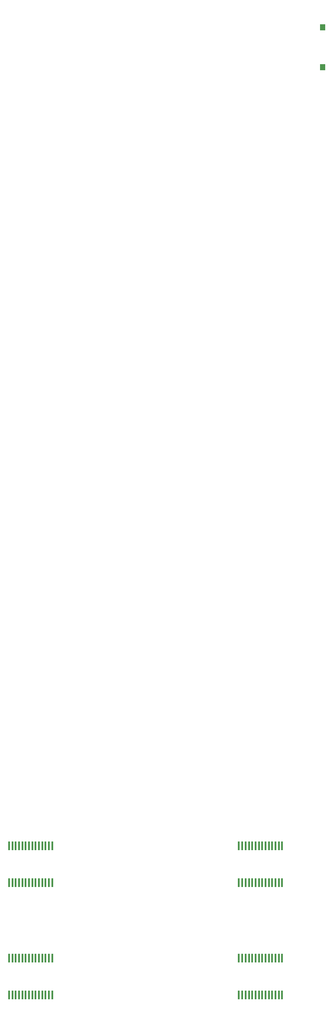
<source format=gbr>
%TF.GenerationSoftware,KiCad,Pcbnew,8.0.7*%
%TF.CreationDate,2024-12-27T14:43:48-05:00*%
%TF.ProjectId,rp2040-programmer-calculator,72703230-3430-42d7-9072-6f6772616d6d,rev?*%
%TF.SameCoordinates,Original*%
%TF.FileFunction,Paste,Bot*%
%TF.FilePolarity,Positive*%
%FSLAX46Y46*%
G04 Gerber Fmt 4.6, Leading zero omitted, Abs format (unit mm)*
G04 Created by KiCad (PCBNEW 8.0.7) date 2024-12-27 14:43:48*
%MOMM*%
%LPD*%
G01*
G04 APERTURE LIST*
%ADD10R,1.000000X1.250000*%
%ADD11R,0.450000X1.750000*%
G04 APERTURE END LIST*
D10*
%TO.C,SW63*%
X120649000Y-38471000D03*
X120649000Y-30721000D03*
%TD*%
D11*
%TO.C,U2*%
X112725000Y-219725000D03*
X112075000Y-219725000D03*
X111425000Y-219725000D03*
X110775000Y-219725000D03*
X110125000Y-219725000D03*
X109475000Y-219725000D03*
X108825000Y-219725000D03*
X108175000Y-219725000D03*
X107525000Y-219725000D03*
X106875000Y-219725000D03*
X106225000Y-219725000D03*
X105575000Y-219725000D03*
X104925000Y-219725000D03*
X104275000Y-219725000D03*
X104275000Y-212525000D03*
X104925000Y-212525000D03*
X105575000Y-212525000D03*
X106225000Y-212525000D03*
X106875000Y-212525000D03*
X107525000Y-212525000D03*
X108175000Y-212525000D03*
X108825000Y-212525000D03*
X109475000Y-212525000D03*
X110125000Y-212525000D03*
X110775000Y-212525000D03*
X111425000Y-212525000D03*
X112075000Y-212525000D03*
X112725000Y-212525000D03*
%TD*%
%TO.C,U3*%
X67725000Y-219725000D03*
X67075000Y-219725000D03*
X66425000Y-219725000D03*
X65775000Y-219725000D03*
X65125000Y-219725000D03*
X64475000Y-219725000D03*
X63825000Y-219725000D03*
X63175000Y-219725000D03*
X62525000Y-219725000D03*
X61875000Y-219725000D03*
X61225000Y-219725000D03*
X60575000Y-219725000D03*
X59925000Y-219725000D03*
X59275000Y-219725000D03*
X59275000Y-212525000D03*
X59925000Y-212525000D03*
X60575000Y-212525000D03*
X61225000Y-212525000D03*
X61875000Y-212525000D03*
X62525000Y-212525000D03*
X63175000Y-212525000D03*
X63825000Y-212525000D03*
X64475000Y-212525000D03*
X65125000Y-212525000D03*
X65775000Y-212525000D03*
X66425000Y-212525000D03*
X67075000Y-212525000D03*
X67725000Y-212525000D03*
%TD*%
%TO.C,U5*%
X67725000Y-197725000D03*
X67075000Y-197725000D03*
X66425000Y-197725000D03*
X65775000Y-197725000D03*
X65125000Y-197725000D03*
X64475000Y-197725000D03*
X63825000Y-197725000D03*
X63175000Y-197725000D03*
X62525000Y-197725000D03*
X61875000Y-197725000D03*
X61225000Y-197725000D03*
X60575000Y-197725000D03*
X59925000Y-197725000D03*
X59275000Y-197725000D03*
X59275000Y-190525000D03*
X59925000Y-190525000D03*
X60575000Y-190525000D03*
X61225000Y-190525000D03*
X61875000Y-190525000D03*
X62525000Y-190525000D03*
X63175000Y-190525000D03*
X63825000Y-190525000D03*
X64475000Y-190525000D03*
X65125000Y-190525000D03*
X65775000Y-190525000D03*
X66425000Y-190525000D03*
X67075000Y-190525000D03*
X67725000Y-190525000D03*
%TD*%
%TO.C,U4*%
X112725000Y-197725000D03*
X112075000Y-197725000D03*
X111425000Y-197725000D03*
X110775000Y-197725000D03*
X110125000Y-197725000D03*
X109475000Y-197725000D03*
X108825000Y-197725000D03*
X108175000Y-197725000D03*
X107525000Y-197725000D03*
X106875000Y-197725000D03*
X106225000Y-197725000D03*
X105575000Y-197725000D03*
X104925000Y-197725000D03*
X104275000Y-197725000D03*
X104275000Y-190525000D03*
X104925000Y-190525000D03*
X105575000Y-190525000D03*
X106225000Y-190525000D03*
X106875000Y-190525000D03*
X107525000Y-190525000D03*
X108175000Y-190525000D03*
X108825000Y-190525000D03*
X109475000Y-190525000D03*
X110125000Y-190525000D03*
X110775000Y-190525000D03*
X111425000Y-190525000D03*
X112075000Y-190525000D03*
X112725000Y-190525000D03*
%TD*%
M02*

</source>
